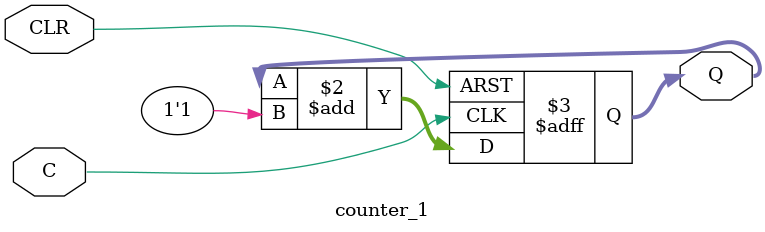
<source format=v>
module counter_1 (input C, CLR, output reg
[3:0] Q);
always @(posedge C or posedge CLR)
begin
if (CLR)
Q <= 4'b0000;
else
Q <= Q + 1'b1;
end
endmodule

</source>
